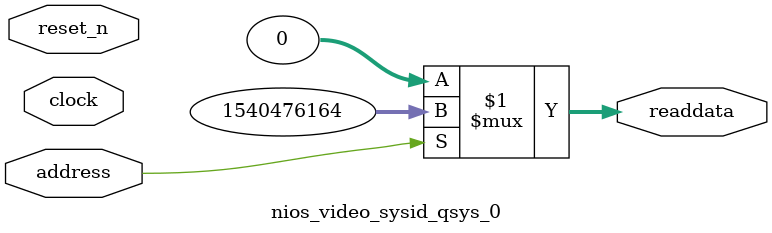
<source format=v>



// synthesis translate_off
`timescale 1ns / 1ps
// synthesis translate_on

// turn off superfluous verilog processor warnings 
// altera message_level Level1 
// altera message_off 10034 10035 10036 10037 10230 10240 10030 

module nios_video_sysid_qsys_0 (
               // inputs:
                address,
                clock,
                reset_n,

               // outputs:
                readdata
             )
;

  output  [ 31: 0] readdata;
  input            address;
  input            clock;
  input            reset_n;

  wire    [ 31: 0] readdata;
  //control_slave, which is an e_avalon_slave
  assign readdata = address ? 1540476164 : 0;

endmodule



</source>
